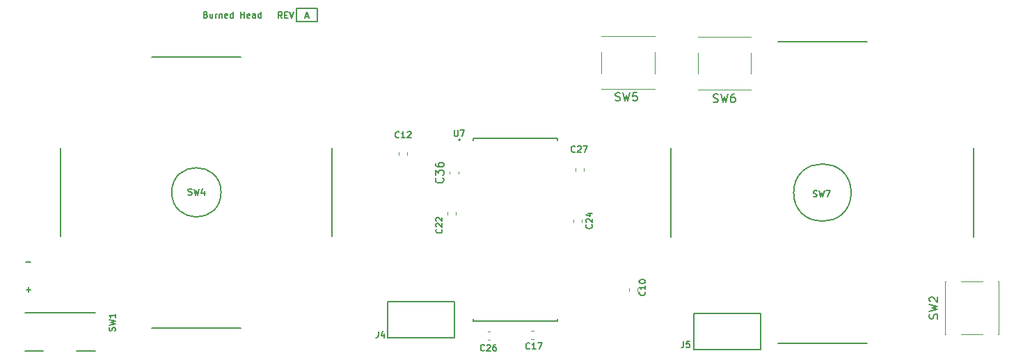
<source format=gbr>
G04 #@! TF.GenerationSoftware,KiCad,Pcbnew,5.1.3-ffb9f22~84~ubuntu18.10.1*
G04 #@! TF.CreationDate,2019-11-16T15:14:42-06:00*
G04 #@! TF.ProjectId,BurnedHead,4275726e-6564-4486-9561-642e6b696361,rev?*
G04 #@! TF.SameCoordinates,Original*
G04 #@! TF.FileFunction,Legend,Top*
G04 #@! TF.FilePolarity,Positive*
%FSLAX46Y46*%
G04 Gerber Fmt 4.6, Leading zero omitted, Abs format (unit mm)*
G04 Created by KiCad (PCBNEW 5.1.3-ffb9f22~84~ubuntu18.10.1) date 2019-11-16 15:14:42*
%MOMM*%
%LPD*%
G04 APERTURE LIST*
%ADD10C,0.127000*%
%ADD11C,0.150000*%
%ADD12C,0.120000*%
%ADD13C,0.200000*%
G04 APERTURE END LIST*
D10*
X187577911Y-140715274D02*
X187323911Y-140352417D01*
X187142482Y-140715274D02*
X187142482Y-139953274D01*
X187432768Y-139953274D01*
X187505340Y-139989560D01*
X187541625Y-140025845D01*
X187577911Y-140098417D01*
X187577911Y-140207274D01*
X187541625Y-140279845D01*
X187505340Y-140316131D01*
X187432768Y-140352417D01*
X187142482Y-140352417D01*
X187904482Y-140316131D02*
X188158482Y-140316131D01*
X188267340Y-140715274D02*
X187904482Y-140715274D01*
X187904482Y-139953274D01*
X188267340Y-139953274D01*
X188485054Y-139953274D02*
X188739054Y-140715274D01*
X188993054Y-139953274D01*
X190397311Y-140500100D02*
X190760168Y-140500100D01*
X190324740Y-140717814D02*
X190578740Y-139955814D01*
X190832740Y-140717814D01*
X189311280Y-141150340D02*
X189311280Y-139560300D01*
X191853820Y-141152880D02*
X189308740Y-141152880D01*
X191853820Y-139545060D02*
X191853820Y-141152880D01*
X189331600Y-139545060D02*
X191853820Y-139545060D01*
X178276068Y-140275491D02*
X178384925Y-140311777D01*
X178421211Y-140348062D01*
X178457497Y-140420634D01*
X178457497Y-140529491D01*
X178421211Y-140602062D01*
X178384925Y-140638348D01*
X178312354Y-140674634D01*
X178022068Y-140674634D01*
X178022068Y-139912634D01*
X178276068Y-139912634D01*
X178348640Y-139948920D01*
X178384925Y-139985205D01*
X178421211Y-140057777D01*
X178421211Y-140130348D01*
X178384925Y-140202920D01*
X178348640Y-140239205D01*
X178276068Y-140275491D01*
X178022068Y-140275491D01*
X179110640Y-140166634D02*
X179110640Y-140674634D01*
X178784068Y-140166634D02*
X178784068Y-140565777D01*
X178820354Y-140638348D01*
X178892925Y-140674634D01*
X179001782Y-140674634D01*
X179074354Y-140638348D01*
X179110640Y-140602062D01*
X179473497Y-140674634D02*
X179473497Y-140166634D01*
X179473497Y-140311777D02*
X179509782Y-140239205D01*
X179546068Y-140202920D01*
X179618640Y-140166634D01*
X179691211Y-140166634D01*
X179945211Y-140166634D02*
X179945211Y-140674634D01*
X179945211Y-140239205D02*
X179981497Y-140202920D01*
X180054068Y-140166634D01*
X180162925Y-140166634D01*
X180235497Y-140202920D01*
X180271782Y-140275491D01*
X180271782Y-140674634D01*
X180924925Y-140638348D02*
X180852354Y-140674634D01*
X180707211Y-140674634D01*
X180634640Y-140638348D01*
X180598354Y-140565777D01*
X180598354Y-140275491D01*
X180634640Y-140202920D01*
X180707211Y-140166634D01*
X180852354Y-140166634D01*
X180924925Y-140202920D01*
X180961211Y-140275491D01*
X180961211Y-140348062D01*
X180598354Y-140420634D01*
X181614354Y-140674634D02*
X181614354Y-139912634D01*
X181614354Y-140638348D02*
X181541782Y-140674634D01*
X181396640Y-140674634D01*
X181324068Y-140638348D01*
X181287782Y-140602062D01*
X181251497Y-140529491D01*
X181251497Y-140311777D01*
X181287782Y-140239205D01*
X181324068Y-140202920D01*
X181396640Y-140166634D01*
X181541782Y-140166634D01*
X181614354Y-140202920D01*
X182557782Y-140674634D02*
X182557782Y-139912634D01*
X182557782Y-140275491D02*
X182993211Y-140275491D01*
X182993211Y-140674634D02*
X182993211Y-139912634D01*
X183646354Y-140638348D02*
X183573782Y-140674634D01*
X183428640Y-140674634D01*
X183356068Y-140638348D01*
X183319782Y-140565777D01*
X183319782Y-140275491D01*
X183356068Y-140202920D01*
X183428640Y-140166634D01*
X183573782Y-140166634D01*
X183646354Y-140202920D01*
X183682640Y-140275491D01*
X183682640Y-140348062D01*
X183319782Y-140420634D01*
X184335782Y-140674634D02*
X184335782Y-140275491D01*
X184299497Y-140202920D01*
X184226925Y-140166634D01*
X184081782Y-140166634D01*
X184009211Y-140202920D01*
X184335782Y-140638348D02*
X184263211Y-140674634D01*
X184081782Y-140674634D01*
X184009211Y-140638348D01*
X183972925Y-140565777D01*
X183972925Y-140493205D01*
X184009211Y-140420634D01*
X184081782Y-140384348D01*
X184263211Y-140384348D01*
X184335782Y-140348062D01*
X185025211Y-140674634D02*
X185025211Y-139912634D01*
X185025211Y-140638348D02*
X184952640Y-140674634D01*
X184807497Y-140674634D01*
X184734925Y-140638348D01*
X184698640Y-140602062D01*
X184662354Y-140529491D01*
X184662354Y-140311777D01*
X184698640Y-140239205D01*
X184734925Y-140202920D01*
X184807497Y-140166634D01*
X184952640Y-140166634D01*
X185025211Y-140202920D01*
X156415014Y-170407148D02*
X156995585Y-170407148D01*
X156435334Y-173767568D02*
X157015905Y-173767568D01*
X156725620Y-174057854D02*
X156725620Y-173477282D01*
D11*
X180149040Y-161915120D02*
G75*
G03X180149040Y-161915120I-3000000J0D01*
G01*
X193649040Y-167315120D02*
X193649040Y-161915120D01*
X193649040Y-161915120D02*
X193649040Y-156515120D01*
X171749040Y-178415120D02*
X177149040Y-178415120D01*
X177149040Y-178415120D02*
X182549040Y-178415120D01*
X160649040Y-167315120D02*
X160649040Y-161915120D01*
X160649040Y-161915120D02*
X160649040Y-156515120D01*
X171749040Y-145415120D02*
X177149040Y-145415120D01*
X177149040Y-145415120D02*
X182549040Y-145415120D01*
X253309120Y-143550400D02*
X258709120Y-143550400D01*
X247909120Y-143550400D02*
X253309120Y-143550400D01*
X234909120Y-161950400D02*
X234909120Y-156550400D01*
X234909120Y-167350400D02*
X234909120Y-161950400D01*
X253309120Y-180350400D02*
X258709120Y-180350400D01*
X247909120Y-180350400D02*
X253309120Y-180350400D01*
X271709120Y-161950400D02*
X271709120Y-156550400D01*
X271709120Y-167350400D02*
X271709120Y-161950400D01*
X256809120Y-161950400D02*
G75*
G03X256809120Y-161950400I-3500000J0D01*
G01*
D12*
X207990980Y-159369541D02*
X207990980Y-159695099D01*
X209010980Y-159369541D02*
X209010980Y-159695099D01*
D11*
X241754660Y-176664620D02*
X237704660Y-176664620D01*
X241754660Y-176664620D02*
X245804660Y-176664620D01*
X245804660Y-176664620D02*
X245804660Y-181064620D01*
X245804660Y-181064620D02*
X237704660Y-181064620D01*
X237704660Y-181064620D02*
X237704660Y-176664620D01*
D12*
X224259871Y-159287234D02*
X224259871Y-158961676D01*
X223239871Y-159287234D02*
X223239871Y-158961676D01*
X223000521Y-165239391D02*
X223000521Y-165564949D01*
X224020521Y-165239391D02*
X224020521Y-165564949D01*
X202805425Y-157342863D02*
X202805425Y-157017305D01*
X201785425Y-157342863D02*
X201785425Y-157017305D01*
X212575255Y-179886642D02*
X212900813Y-179886642D01*
X212575255Y-178866642D02*
X212900813Y-178866642D01*
X217875901Y-179798440D02*
X218201459Y-179798440D01*
X217875901Y-178778440D02*
X218201459Y-178778440D01*
X229753700Y-173618941D02*
X229753700Y-173944499D01*
X230773700Y-173618941D02*
X230773700Y-173944499D01*
X207668829Y-164349252D02*
X207668829Y-164674810D01*
X208688829Y-164349252D02*
X208688829Y-164674810D01*
D10*
X221085000Y-177629000D02*
X210845000Y-177629000D01*
X210845000Y-155329000D02*
X221085000Y-155329000D01*
X210845000Y-177629000D02*
X210845000Y-177379000D01*
X221085000Y-177629000D02*
X221085000Y-177379000D01*
X210845000Y-155329000D02*
X210845000Y-155579000D01*
X221085000Y-155329000D02*
X221085000Y-155579000D01*
D13*
X209265000Y-155529000D02*
G75*
G03X209265000Y-155529000I-100000J0D01*
G01*
D11*
X204497940Y-175270160D02*
X200447940Y-175270160D01*
X204497940Y-175270160D02*
X208547940Y-175270160D01*
X208547940Y-175270160D02*
X208547940Y-179670160D01*
X208547940Y-179670160D02*
X200447940Y-179670160D01*
X200447940Y-179670160D02*
X200447940Y-175270160D01*
D12*
X268273140Y-172753900D02*
X268273140Y-179213900D01*
X272803140Y-172753900D02*
X270203140Y-172753900D01*
X274733140Y-172753900D02*
X274733140Y-179213900D01*
X272803140Y-179213900D02*
X270203140Y-179213900D01*
X274703140Y-172753900D02*
X274733140Y-172753900D01*
X268273140Y-172753900D02*
X268303140Y-172753900D01*
X268273140Y-179213900D02*
X268303140Y-179213900D01*
X274733140Y-179213900D02*
X274703140Y-179213900D01*
X238150000Y-149410000D02*
X244610000Y-149410000D01*
X238150000Y-144880000D02*
X238150000Y-147480000D01*
X238150000Y-142950000D02*
X244610000Y-142950000D01*
X244610000Y-144880000D02*
X244610000Y-147480000D01*
X238150000Y-142980000D02*
X238150000Y-142950000D01*
X238150000Y-149410000D02*
X238150000Y-149380000D01*
X244610000Y-149410000D02*
X244610000Y-149380000D01*
X244610000Y-142950000D02*
X244610000Y-142980000D01*
X226430000Y-149350000D02*
X232890000Y-149350000D01*
X226430000Y-144820000D02*
X226430000Y-147420000D01*
X226430000Y-142890000D02*
X232890000Y-142890000D01*
X232890000Y-144820000D02*
X232890000Y-147420000D01*
X226430000Y-142920000D02*
X226430000Y-142890000D01*
X226430000Y-149350000D02*
X226430000Y-149320000D01*
X232890000Y-149350000D02*
X232890000Y-149320000D01*
X232890000Y-142890000D02*
X232890000Y-142920000D01*
D11*
X162595060Y-181217600D02*
X164895060Y-181217600D01*
X156295060Y-181217600D02*
X158495060Y-181217600D01*
X156295060Y-176617600D02*
X164895060Y-176617600D01*
D10*
X176154080Y-162205488D02*
X176262937Y-162241774D01*
X176444365Y-162241774D01*
X176516937Y-162205488D01*
X176553222Y-162169202D01*
X176589508Y-162096631D01*
X176589508Y-162024060D01*
X176553222Y-161951488D01*
X176516937Y-161915202D01*
X176444365Y-161878917D01*
X176299222Y-161842631D01*
X176226651Y-161806345D01*
X176190365Y-161770060D01*
X176154080Y-161697488D01*
X176154080Y-161624917D01*
X176190365Y-161552345D01*
X176226651Y-161516060D01*
X176299222Y-161479774D01*
X176480651Y-161479774D01*
X176589508Y-161516060D01*
X176843508Y-161479774D02*
X177024937Y-162241774D01*
X177170080Y-161697488D01*
X177315222Y-162241774D01*
X177496651Y-161479774D01*
X178113508Y-161733774D02*
X178113508Y-162241774D01*
X177932080Y-161443488D02*
X177750651Y-161987774D01*
X178222365Y-161987774D01*
X252201680Y-162426468D02*
X252310537Y-162462754D01*
X252491965Y-162462754D01*
X252564537Y-162426468D01*
X252600822Y-162390182D01*
X252637108Y-162317611D01*
X252637108Y-162245040D01*
X252600822Y-162172468D01*
X252564537Y-162136182D01*
X252491965Y-162099897D01*
X252346822Y-162063611D01*
X252274251Y-162027325D01*
X252237965Y-161991040D01*
X252201680Y-161918468D01*
X252201680Y-161845897D01*
X252237965Y-161773325D01*
X252274251Y-161737040D01*
X252346822Y-161700754D01*
X252528251Y-161700754D01*
X252637108Y-161737040D01*
X252891108Y-161700754D02*
X253072537Y-162462754D01*
X253217680Y-161918468D01*
X253362822Y-162462754D01*
X253544251Y-161700754D01*
X253761965Y-161700754D02*
X254269965Y-161700754D01*
X253943394Y-162462754D01*
D11*
X207141082Y-160165017D02*
X207188701Y-160212636D01*
X207236320Y-160355493D01*
X207236320Y-160450731D01*
X207188701Y-160593588D01*
X207093463Y-160688826D01*
X206998225Y-160736445D01*
X206807749Y-160784064D01*
X206664892Y-160784064D01*
X206474416Y-160736445D01*
X206379178Y-160688826D01*
X206283940Y-160593588D01*
X206236320Y-160450731D01*
X206236320Y-160355493D01*
X206283940Y-160212636D01*
X206331559Y-160165017D01*
X206236320Y-159831683D02*
X206236320Y-159212636D01*
X206617273Y-159545969D01*
X206617273Y-159403112D01*
X206664892Y-159307874D01*
X206712511Y-159260255D01*
X206807749Y-159212636D01*
X207045844Y-159212636D01*
X207141082Y-159260255D01*
X207188701Y-159307874D01*
X207236320Y-159403112D01*
X207236320Y-159688826D01*
X207188701Y-159784064D01*
X207141082Y-159831683D01*
X206236320Y-158355493D02*
X206236320Y-158545969D01*
X206283940Y-158641207D01*
X206331559Y-158688826D01*
X206474416Y-158784064D01*
X206664892Y-158831683D01*
X207045844Y-158831683D01*
X207141082Y-158784064D01*
X207188701Y-158736445D01*
X207236320Y-158641207D01*
X207236320Y-158450731D01*
X207188701Y-158355493D01*
X207141082Y-158307874D01*
X207045844Y-158260255D01*
X206807749Y-158260255D01*
X206712511Y-158307874D01*
X206664892Y-158355493D01*
X206617273Y-158450731D01*
X206617273Y-158641207D01*
X206664892Y-158736445D01*
X206712511Y-158784064D01*
X206807749Y-158831683D01*
D10*
X236420660Y-180057334D02*
X236420660Y-180601620D01*
X236384374Y-180710477D01*
X236311802Y-180783048D01*
X236202945Y-180819334D01*
X236130374Y-180819334D01*
X237146374Y-180057334D02*
X236783517Y-180057334D01*
X236747231Y-180420191D01*
X236783517Y-180383905D01*
X236856088Y-180347620D01*
X237037517Y-180347620D01*
X237110088Y-180383905D01*
X237146374Y-180420191D01*
X237182660Y-180492762D01*
X237182660Y-180674191D01*
X237146374Y-180746762D01*
X237110088Y-180783048D01*
X237037517Y-180819334D01*
X236856088Y-180819334D01*
X236783517Y-180783048D01*
X236747231Y-180746762D01*
X223230802Y-156959662D02*
X223194517Y-156995948D01*
X223085660Y-157032234D01*
X223013088Y-157032234D01*
X222904231Y-156995948D01*
X222831660Y-156923377D01*
X222795374Y-156850805D01*
X222759088Y-156705662D01*
X222759088Y-156596805D01*
X222795374Y-156451662D01*
X222831660Y-156379091D01*
X222904231Y-156306520D01*
X223013088Y-156270234D01*
X223085660Y-156270234D01*
X223194517Y-156306520D01*
X223230802Y-156342805D01*
X223521088Y-156342805D02*
X223557374Y-156306520D01*
X223629945Y-156270234D01*
X223811374Y-156270234D01*
X223883945Y-156306520D01*
X223920231Y-156342805D01*
X223956517Y-156415377D01*
X223956517Y-156487948D01*
X223920231Y-156596805D01*
X223484802Y-157032234D01*
X223956517Y-157032234D01*
X224210517Y-156270234D02*
X224718517Y-156270234D01*
X224391945Y-157032234D01*
X225237402Y-165861637D02*
X225273688Y-165897922D01*
X225309974Y-166006780D01*
X225309974Y-166079351D01*
X225273688Y-166188208D01*
X225201117Y-166260780D01*
X225128545Y-166297065D01*
X224983402Y-166333351D01*
X224874545Y-166333351D01*
X224729402Y-166297065D01*
X224656831Y-166260780D01*
X224584260Y-166188208D01*
X224547974Y-166079351D01*
X224547974Y-166006780D01*
X224584260Y-165897922D01*
X224620545Y-165861637D01*
X224620545Y-165571351D02*
X224584260Y-165535065D01*
X224547974Y-165462494D01*
X224547974Y-165281065D01*
X224584260Y-165208494D01*
X224620545Y-165172208D01*
X224693117Y-165135922D01*
X224765688Y-165135922D01*
X224874545Y-165172208D01*
X225309974Y-165607637D01*
X225309974Y-165135922D01*
X224801974Y-164482780D02*
X225309974Y-164482780D01*
X224511688Y-164664208D02*
X225055974Y-164845637D01*
X225055974Y-164373922D01*
X201810982Y-155217222D02*
X201774697Y-155253508D01*
X201665840Y-155289794D01*
X201593268Y-155289794D01*
X201484411Y-155253508D01*
X201411840Y-155180937D01*
X201375554Y-155108365D01*
X201339268Y-154963222D01*
X201339268Y-154854365D01*
X201375554Y-154709222D01*
X201411840Y-154636651D01*
X201484411Y-154564080D01*
X201593268Y-154527794D01*
X201665840Y-154527794D01*
X201774697Y-154564080D01*
X201810982Y-154600365D01*
X202536697Y-155289794D02*
X202101268Y-155289794D01*
X202318982Y-155289794D02*
X202318982Y-154527794D01*
X202246411Y-154636651D01*
X202173840Y-154709222D01*
X202101268Y-154745508D01*
X202826982Y-154600365D02*
X202863268Y-154564080D01*
X202935840Y-154527794D01*
X203117268Y-154527794D01*
X203189840Y-154564080D01*
X203226125Y-154600365D01*
X203262411Y-154672937D01*
X203262411Y-154745508D01*
X203226125Y-154854365D01*
X202790697Y-155289794D01*
X203262411Y-155289794D01*
X212200142Y-181162142D02*
X212163857Y-181198428D01*
X212055000Y-181234714D01*
X211982428Y-181234714D01*
X211873571Y-181198428D01*
X211801000Y-181125857D01*
X211764714Y-181053285D01*
X211728428Y-180908142D01*
X211728428Y-180799285D01*
X211764714Y-180654142D01*
X211801000Y-180581571D01*
X211873571Y-180509000D01*
X211982428Y-180472714D01*
X212055000Y-180472714D01*
X212163857Y-180509000D01*
X212200142Y-180545285D01*
X212490428Y-180545285D02*
X212526714Y-180509000D01*
X212599285Y-180472714D01*
X212780714Y-180472714D01*
X212853285Y-180509000D01*
X212889571Y-180545285D01*
X212925857Y-180617857D01*
X212925857Y-180690428D01*
X212889571Y-180799285D01*
X212454142Y-181234714D01*
X212925857Y-181234714D01*
X213579000Y-180472714D02*
X213433857Y-180472714D01*
X213361285Y-180509000D01*
X213325000Y-180545285D01*
X213252428Y-180654142D01*
X213216142Y-180799285D01*
X213216142Y-181089571D01*
X213252428Y-181162142D01*
X213288714Y-181198428D01*
X213361285Y-181234714D01*
X213506428Y-181234714D01*
X213579000Y-181198428D01*
X213615285Y-181162142D01*
X213651571Y-181089571D01*
X213651571Y-180908142D01*
X213615285Y-180835571D01*
X213579000Y-180799285D01*
X213506428Y-180763000D01*
X213361285Y-180763000D01*
X213288714Y-180799285D01*
X213252428Y-180835571D01*
X213216142Y-180908142D01*
X217698999Y-180946036D02*
X217662714Y-180982322D01*
X217553857Y-181018608D01*
X217481285Y-181018608D01*
X217372428Y-180982322D01*
X217299857Y-180909751D01*
X217263571Y-180837179D01*
X217227285Y-180692036D01*
X217227285Y-180583179D01*
X217263571Y-180438036D01*
X217299857Y-180365465D01*
X217372428Y-180292894D01*
X217481285Y-180256608D01*
X217553857Y-180256608D01*
X217662714Y-180292894D01*
X217698999Y-180329179D01*
X218424714Y-181018608D02*
X217989285Y-181018608D01*
X218206999Y-181018608D02*
X218206999Y-180256608D01*
X218134428Y-180365465D01*
X218061857Y-180438036D01*
X217989285Y-180474322D01*
X218678714Y-180256608D02*
X219186714Y-180256608D01*
X218860142Y-181018608D01*
X231704242Y-174012497D02*
X231740528Y-174048782D01*
X231776814Y-174157640D01*
X231776814Y-174230211D01*
X231740528Y-174339068D01*
X231667957Y-174411640D01*
X231595385Y-174447925D01*
X231450242Y-174484211D01*
X231341385Y-174484211D01*
X231196242Y-174447925D01*
X231123671Y-174411640D01*
X231051100Y-174339068D01*
X231014814Y-174230211D01*
X231014814Y-174157640D01*
X231051100Y-174048782D01*
X231087385Y-174012497D01*
X231776814Y-173286782D02*
X231776814Y-173722211D01*
X231776814Y-173504497D02*
X231014814Y-173504497D01*
X231123671Y-173577068D01*
X231196242Y-173649640D01*
X231232528Y-173722211D01*
X231014814Y-172815068D02*
X231014814Y-172742497D01*
X231051100Y-172669925D01*
X231087385Y-172633640D01*
X231159957Y-172597354D01*
X231305100Y-172561068D01*
X231486528Y-172561068D01*
X231631671Y-172597354D01*
X231704242Y-172633640D01*
X231740528Y-172669925D01*
X231776814Y-172742497D01*
X231776814Y-172815068D01*
X231740528Y-172887640D01*
X231704242Y-172923925D01*
X231631671Y-172960211D01*
X231486528Y-172996497D01*
X231305100Y-172996497D01*
X231159957Y-172960211D01*
X231087385Y-172923925D01*
X231051100Y-172887640D01*
X231014814Y-172815068D01*
X206982422Y-166410277D02*
X207018708Y-166446562D01*
X207054994Y-166555420D01*
X207054994Y-166627991D01*
X207018708Y-166736848D01*
X206946137Y-166809420D01*
X206873565Y-166845705D01*
X206728422Y-166881991D01*
X206619565Y-166881991D01*
X206474422Y-166845705D01*
X206401851Y-166809420D01*
X206329280Y-166736848D01*
X206292994Y-166627991D01*
X206292994Y-166555420D01*
X206329280Y-166446562D01*
X206365565Y-166410277D01*
X206365565Y-166119991D02*
X206329280Y-166083705D01*
X206292994Y-166011134D01*
X206292994Y-165829705D01*
X206329280Y-165757134D01*
X206365565Y-165720848D01*
X206438137Y-165684562D01*
X206510708Y-165684562D01*
X206619565Y-165720848D01*
X207054994Y-166156277D01*
X207054994Y-165684562D01*
X206365565Y-165394277D02*
X206329280Y-165357991D01*
X206292994Y-165285420D01*
X206292994Y-165103991D01*
X206329280Y-165031420D01*
X206365565Y-164995134D01*
X206438137Y-164958848D01*
X206510708Y-164958848D01*
X206619565Y-164995134D01*
X207054994Y-165430562D01*
X207054994Y-164958848D01*
X208535088Y-154319514D02*
X208535088Y-154936371D01*
X208571374Y-155008942D01*
X208607660Y-155045228D01*
X208680231Y-155081514D01*
X208825374Y-155081514D01*
X208897945Y-155045228D01*
X208934231Y-155008942D01*
X208970517Y-154936371D01*
X208970517Y-154319514D01*
X209260802Y-154319514D02*
X209768802Y-154319514D01*
X209442231Y-155081514D01*
X199296020Y-178848294D02*
X199296020Y-179392580D01*
X199259734Y-179501437D01*
X199187162Y-179574008D01*
X199078305Y-179610294D01*
X199005734Y-179610294D01*
X199985448Y-179102294D02*
X199985448Y-179610294D01*
X199804020Y-178812008D02*
X199622591Y-179356294D01*
X200094305Y-179356294D01*
D11*
X267277481Y-177322313D02*
X267325100Y-177179456D01*
X267325100Y-176941360D01*
X267277481Y-176846122D01*
X267229862Y-176798503D01*
X267134624Y-176750884D01*
X267039386Y-176750884D01*
X266944148Y-176798503D01*
X266896529Y-176846122D01*
X266848910Y-176941360D01*
X266801291Y-177131837D01*
X266753672Y-177227075D01*
X266706053Y-177274694D01*
X266610815Y-177322313D01*
X266515577Y-177322313D01*
X266420339Y-177274694D01*
X266372720Y-177227075D01*
X266325100Y-177131837D01*
X266325100Y-176893741D01*
X266372720Y-176750884D01*
X266325100Y-176417551D02*
X267325100Y-176179456D01*
X266610815Y-175988980D01*
X267325100Y-175798503D01*
X266325100Y-175560408D01*
X266420339Y-175227075D02*
X266372720Y-175179456D01*
X266325100Y-175084218D01*
X266325100Y-174846122D01*
X266372720Y-174750884D01*
X266420339Y-174703265D01*
X266515577Y-174655646D01*
X266610815Y-174655646D01*
X266753672Y-174703265D01*
X267325100Y-175274694D01*
X267325100Y-174655646D01*
X240046666Y-150904761D02*
X240189523Y-150952380D01*
X240427619Y-150952380D01*
X240522857Y-150904761D01*
X240570476Y-150857142D01*
X240618095Y-150761904D01*
X240618095Y-150666666D01*
X240570476Y-150571428D01*
X240522857Y-150523809D01*
X240427619Y-150476190D01*
X240237142Y-150428571D01*
X240141904Y-150380952D01*
X240094285Y-150333333D01*
X240046666Y-150238095D01*
X240046666Y-150142857D01*
X240094285Y-150047619D01*
X240141904Y-150000000D01*
X240237142Y-149952380D01*
X240475238Y-149952380D01*
X240618095Y-150000000D01*
X240951428Y-149952380D02*
X241189523Y-150952380D01*
X241380000Y-150238095D01*
X241570476Y-150952380D01*
X241808571Y-149952380D01*
X242618095Y-149952380D02*
X242427619Y-149952380D01*
X242332380Y-150000000D01*
X242284761Y-150047619D01*
X242189523Y-150190476D01*
X242141904Y-150380952D01*
X242141904Y-150761904D01*
X242189523Y-150857142D01*
X242237142Y-150904761D01*
X242332380Y-150952380D01*
X242522857Y-150952380D01*
X242618095Y-150904761D01*
X242665714Y-150857142D01*
X242713333Y-150761904D01*
X242713333Y-150523809D01*
X242665714Y-150428571D01*
X242618095Y-150380952D01*
X242522857Y-150333333D01*
X242332380Y-150333333D01*
X242237142Y-150380952D01*
X242189523Y-150428571D01*
X242141904Y-150523809D01*
X228136666Y-150714761D02*
X228279523Y-150762380D01*
X228517619Y-150762380D01*
X228612857Y-150714761D01*
X228660476Y-150667142D01*
X228708095Y-150571904D01*
X228708095Y-150476666D01*
X228660476Y-150381428D01*
X228612857Y-150333809D01*
X228517619Y-150286190D01*
X228327142Y-150238571D01*
X228231904Y-150190952D01*
X228184285Y-150143333D01*
X228136666Y-150048095D01*
X228136666Y-149952857D01*
X228184285Y-149857619D01*
X228231904Y-149810000D01*
X228327142Y-149762380D01*
X228565238Y-149762380D01*
X228708095Y-149810000D01*
X229041428Y-149762380D02*
X229279523Y-150762380D01*
X229470000Y-150048095D01*
X229660476Y-150762380D01*
X229898571Y-149762380D01*
X230755714Y-149762380D02*
X230279523Y-149762380D01*
X230231904Y-150238571D01*
X230279523Y-150190952D01*
X230374761Y-150143333D01*
X230612857Y-150143333D01*
X230708095Y-150190952D01*
X230755714Y-150238571D01*
X230803333Y-150333809D01*
X230803333Y-150571904D01*
X230755714Y-150667142D01*
X230708095Y-150714761D01*
X230612857Y-150762380D01*
X230374761Y-150762380D01*
X230279523Y-150714761D01*
X230231904Y-150667142D01*
D10*
X167252468Y-178770280D02*
X167288754Y-178661422D01*
X167288754Y-178479994D01*
X167252468Y-178407422D01*
X167216182Y-178371137D01*
X167143611Y-178334851D01*
X167071040Y-178334851D01*
X166998468Y-178371137D01*
X166962182Y-178407422D01*
X166925897Y-178479994D01*
X166889611Y-178625137D01*
X166853325Y-178697708D01*
X166817040Y-178733994D01*
X166744468Y-178770280D01*
X166671897Y-178770280D01*
X166599325Y-178733994D01*
X166563040Y-178697708D01*
X166526754Y-178625137D01*
X166526754Y-178443708D01*
X166563040Y-178334851D01*
X166526754Y-178080851D02*
X167288754Y-177899422D01*
X166744468Y-177754280D01*
X167288754Y-177609137D01*
X166526754Y-177427708D01*
X167288754Y-176738280D02*
X167288754Y-177173708D01*
X167288754Y-176955994D02*
X166526754Y-176955994D01*
X166635611Y-177028565D01*
X166708182Y-177101137D01*
X166744468Y-177173708D01*
M02*

</source>
